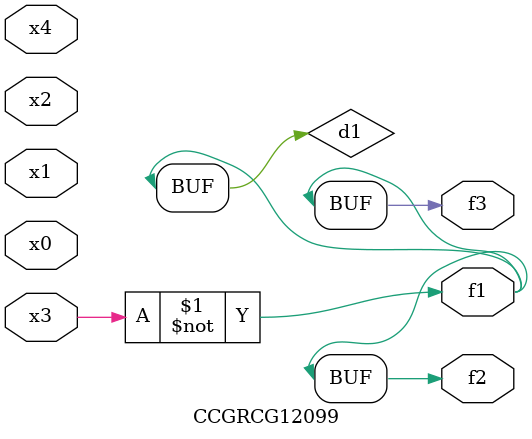
<source format=v>
module CCGRCG12099(
	input x0, x1, x2, x3, x4,
	output f1, f2, f3
);

	wire d1, d2;

	xnor (d1, x3);
	not (d2, x1);
	assign f1 = d1;
	assign f2 = d1;
	assign f3 = d1;
endmodule

</source>
